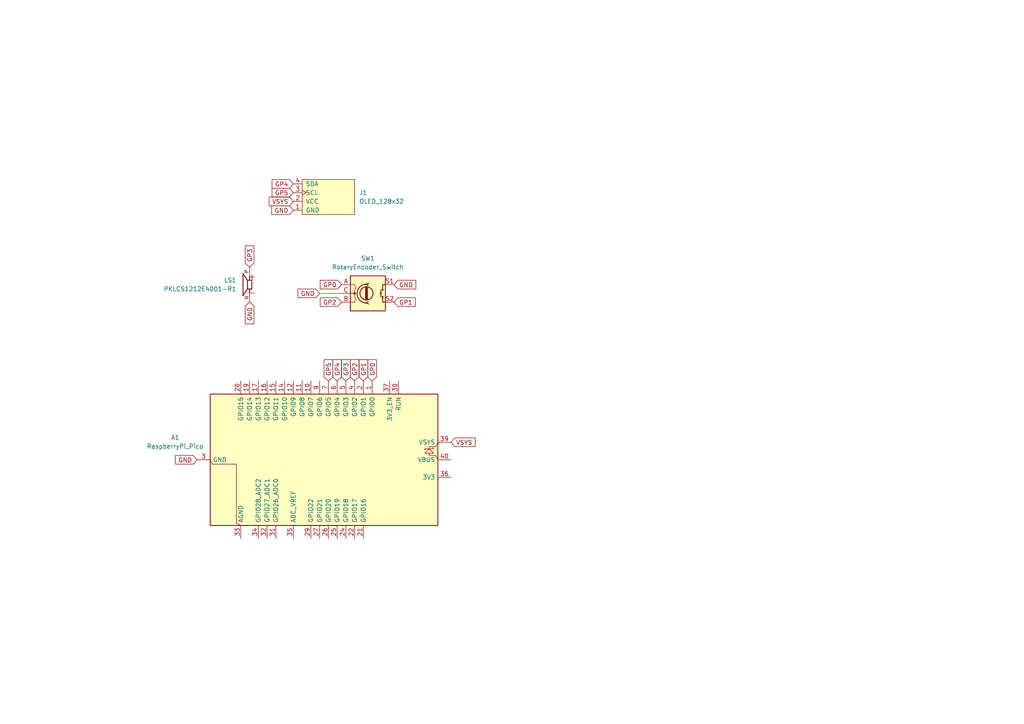
<source format=kicad_sch>
(kicad_sch
	(version 20250114)
	(generator "eeschema")
	(generator_version "9.0")
	(uuid "e0bb474c-9b66-45ab-bc34-1145c3f877aa")
	(paper "A4")
	(lib_symbols
		(symbol "Device:RotaryEncoder_Switch"
			(pin_names
				(offset 0.254)
				(hide yes)
			)
			(exclude_from_sim no)
			(in_bom yes)
			(on_board yes)
			(property "Reference" "SW"
				(at 0 6.604 0)
				(effects
					(font
						(size 1.27 1.27)
					)
				)
			)
			(property "Value" "RotaryEncoder_Switch"
				(at 0 -6.604 0)
				(effects
					(font
						(size 1.27 1.27)
					)
				)
			)
			(property "Footprint" ""
				(at -3.81 4.064 0)
				(effects
					(font
						(size 1.27 1.27)
					)
					(hide yes)
				)
			)
			(property "Datasheet" "~"
				(at 0 6.604 0)
				(effects
					(font
						(size 1.27 1.27)
					)
					(hide yes)
				)
			)
			(property "Description" "Rotary encoder, dual channel, incremental quadrate outputs, with switch"
				(at 0 0 0)
				(effects
					(font
						(size 1.27 1.27)
					)
					(hide yes)
				)
			)
			(property "ki_keywords" "rotary switch encoder switch push button"
				(at 0 0 0)
				(effects
					(font
						(size 1.27 1.27)
					)
					(hide yes)
				)
			)
			(property "ki_fp_filters" "RotaryEncoder*Switch*"
				(at 0 0 0)
				(effects
					(font
						(size 1.27 1.27)
					)
					(hide yes)
				)
			)
			(symbol "RotaryEncoder_Switch_0_1"
				(rectangle
					(start -5.08 5.08)
					(end 5.08 -5.08)
					(stroke
						(width 0.254)
						(type default)
					)
					(fill
						(type background)
					)
				)
				(polyline
					(pts
						(xy -5.08 2.54) (xy -3.81 2.54) (xy -3.81 2.032)
					)
					(stroke
						(width 0)
						(type default)
					)
					(fill
						(type none)
					)
				)
				(polyline
					(pts
						(xy -5.08 0) (xy -3.81 0) (xy -3.81 -1.016) (xy -3.302 -2.032)
					)
					(stroke
						(width 0)
						(type default)
					)
					(fill
						(type none)
					)
				)
				(polyline
					(pts
						(xy -5.08 -2.54) (xy -3.81 -2.54) (xy -3.81 -2.032)
					)
					(stroke
						(width 0)
						(type default)
					)
					(fill
						(type none)
					)
				)
				(polyline
					(pts
						(xy -4.318 0) (xy -3.81 0) (xy -3.81 1.016) (xy -3.302 2.032)
					)
					(stroke
						(width 0)
						(type default)
					)
					(fill
						(type none)
					)
				)
				(circle
					(center -3.81 0)
					(radius 0.254)
					(stroke
						(width 0)
						(type default)
					)
					(fill
						(type outline)
					)
				)
				(polyline
					(pts
						(xy -0.635 -1.778) (xy -0.635 1.778)
					)
					(stroke
						(width 0.254)
						(type default)
					)
					(fill
						(type none)
					)
				)
				(circle
					(center -0.381 0)
					(radius 1.905)
					(stroke
						(width 0.254)
						(type default)
					)
					(fill
						(type none)
					)
				)
				(polyline
					(pts
						(xy -0.381 -1.778) (xy -0.381 1.778)
					)
					(stroke
						(width 0.254)
						(type default)
					)
					(fill
						(type none)
					)
				)
				(arc
					(start -0.381 -2.794)
					(mid -3.0988 -0.0635)
					(end -0.381 2.667)
					(stroke
						(width 0.254)
						(type default)
					)
					(fill
						(type none)
					)
				)
				(polyline
					(pts
						(xy -0.127 1.778) (xy -0.127 -1.778)
					)
					(stroke
						(width 0.254)
						(type default)
					)
					(fill
						(type none)
					)
				)
				(polyline
					(pts
						(xy 0.254 2.921) (xy -0.508 2.667) (xy 0.127 2.286)
					)
					(stroke
						(width 0.254)
						(type default)
					)
					(fill
						(type none)
					)
				)
				(polyline
					(pts
						(xy 0.254 -3.048) (xy -0.508 -2.794) (xy 0.127 -2.413)
					)
					(stroke
						(width 0.254)
						(type default)
					)
					(fill
						(type none)
					)
				)
				(polyline
					(pts
						(xy 3.81 1.016) (xy 3.81 -1.016)
					)
					(stroke
						(width 0.254)
						(type default)
					)
					(fill
						(type none)
					)
				)
				(polyline
					(pts
						(xy 3.81 0) (xy 3.429 0)
					)
					(stroke
						(width 0.254)
						(type default)
					)
					(fill
						(type none)
					)
				)
				(circle
					(center 4.318 1.016)
					(radius 0.127)
					(stroke
						(width 0.254)
						(type default)
					)
					(fill
						(type none)
					)
				)
				(circle
					(center 4.318 -1.016)
					(radius 0.127)
					(stroke
						(width 0.254)
						(type default)
					)
					(fill
						(type none)
					)
				)
				(polyline
					(pts
						(xy 5.08 2.54) (xy 4.318 2.54) (xy 4.318 1.016)
					)
					(stroke
						(width 0.254)
						(type default)
					)
					(fill
						(type none)
					)
				)
				(polyline
					(pts
						(xy 5.08 -2.54) (xy 4.318 -2.54) (xy 4.318 -1.016)
					)
					(stroke
						(width 0.254)
						(type default)
					)
					(fill
						(type none)
					)
				)
			)
			(symbol "RotaryEncoder_Switch_1_1"
				(pin passive line
					(at -7.62 2.54 0)
					(length 2.54)
					(name "A"
						(effects
							(font
								(size 1.27 1.27)
							)
						)
					)
					(number "A"
						(effects
							(font
								(size 1.27 1.27)
							)
						)
					)
				)
				(pin passive line
					(at -7.62 0 0)
					(length 2.54)
					(name "C"
						(effects
							(font
								(size 1.27 1.27)
							)
						)
					)
					(number "C"
						(effects
							(font
								(size 1.27 1.27)
							)
						)
					)
				)
				(pin passive line
					(at -7.62 -2.54 0)
					(length 2.54)
					(name "B"
						(effects
							(font
								(size 1.27 1.27)
							)
						)
					)
					(number "B"
						(effects
							(font
								(size 1.27 1.27)
							)
						)
					)
				)
				(pin passive line
					(at 7.62 2.54 180)
					(length 2.54)
					(name "S1"
						(effects
							(font
								(size 1.27 1.27)
							)
						)
					)
					(number "S1"
						(effects
							(font
								(size 1.27 1.27)
							)
						)
					)
				)
				(pin passive line
					(at 7.62 -2.54 180)
					(length 2.54)
					(name "S2"
						(effects
							(font
								(size 1.27 1.27)
							)
						)
					)
					(number "S2"
						(effects
							(font
								(size 1.27 1.27)
							)
						)
					)
				)
			)
			(embedded_fonts no)
		)
		(symbol "MCU_Module:RaspberryPi_Pico"
			(pin_names
				(offset 0.762)
			)
			(exclude_from_sim no)
			(in_bom yes)
			(on_board yes)
			(property "Reference" "A"
				(at -19.05 35.56 0)
				(effects
					(font
						(size 1.27 1.27)
					)
					(justify left)
				)
			)
			(property "Value" "RaspberryPi_Pico"
				(at 7.62 35.56 0)
				(effects
					(font
						(size 1.27 1.27)
					)
					(justify left)
				)
			)
			(property "Footprint" "Module:RaspberryPi_Pico_Common_Unspecified"
				(at 0 -46.99 0)
				(effects
					(font
						(size 1.27 1.27)
					)
					(hide yes)
				)
			)
			(property "Datasheet" "https://datasheets.raspberrypi.com/pico/pico-datasheet.pdf"
				(at 0 -49.53 0)
				(effects
					(font
						(size 1.27 1.27)
					)
					(hide yes)
				)
			)
			(property "Description" "Versatile and inexpensive microcontroller module powered by RP2040 dual-core Arm Cortex-M0+ processor up to 133 MHz, 264kB SRAM, 2MB QSPI flash; also supports Raspberry Pi Pico 2"
				(at 0 -52.07 0)
				(effects
					(font
						(size 1.27 1.27)
					)
					(hide yes)
				)
			)
			(property "ki_keywords" "RP2350A M33 RISC-V Hazard3 usb"
				(at 0 0 0)
				(effects
					(font
						(size 1.27 1.27)
					)
					(hide yes)
				)
			)
			(property "ki_fp_filters" "RaspberryPi?Pico?Common* RaspberryPi?Pico?SMD*"
				(at 0 0 0)
				(effects
					(font
						(size 1.27 1.27)
					)
					(hide yes)
				)
			)
			(symbol "RaspberryPi_Pico_0_1"
				(rectangle
					(start -19.05 34.29)
					(end 19.05 -31.75)
					(stroke
						(width 0.254)
						(type default)
					)
					(fill
						(type background)
					)
				)
				(polyline
					(pts
						(xy -5.08 34.29) (xy -3.81 33.655) (xy -3.81 31.75) (xy -3.175 31.75)
					)
					(stroke
						(width 0)
						(type default)
					)
					(fill
						(type none)
					)
				)
				(polyline
					(pts
						(xy -3.429 32.766) (xy -3.429 33.02) (xy -3.175 33.02) (xy -3.175 30.48) (xy -2.921 30.48) (xy -2.921 30.734)
					)
					(stroke
						(width 0)
						(type default)
					)
					(fill
						(type none)
					)
				)
				(polyline
					(pts
						(xy -3.175 31.75) (xy -1.905 33.02) (xy -1.905 30.48) (xy -3.175 31.75)
					)
					(stroke
						(width 0)
						(type default)
					)
					(fill
						(type none)
					)
				)
				(polyline
					(pts
						(xy 0 34.29) (xy -1.27 33.655) (xy -1.27 31.75) (xy -1.905 31.75)
					)
					(stroke
						(width 0)
						(type default)
					)
					(fill
						(type none)
					)
				)
				(polyline
					(pts
						(xy 0 -31.75) (xy 1.27 -31.115) (xy 1.27 -24.13) (xy 18.415 -24.13) (xy 19.05 -22.86)
					)
					(stroke
						(width 0)
						(type default)
					)
					(fill
						(type none)
					)
				)
			)
			(symbol "RaspberryPi_Pico_1_1"
				(pin passive line
					(at -22.86 22.86 0)
					(length 3.81)
					(name "RUN"
						(effects
							(font
								(size 1.27 1.27)
							)
						)
					)
					(number "30"
						(effects
							(font
								(size 1.27 1.27)
							)
						)
					)
					(alternate "~{RESET}" passive line)
				)
				(pin passive line
					(at -22.86 20.32 0)
					(length 3.81)
					(name "3V3_EN"
						(effects
							(font
								(size 1.27 1.27)
							)
						)
					)
					(number "37"
						(effects
							(font
								(size 1.27 1.27)
							)
						)
					)
					(alternate "~{3V3_DISABLE}" passive line)
				)
				(pin bidirectional line
					(at -22.86 15.24 0)
					(length 3.81)
					(name "GPIO0"
						(effects
							(font
								(size 1.27 1.27)
							)
						)
					)
					(number "1"
						(effects
							(font
								(size 1.27 1.27)
							)
						)
					)
					(alternate "I2C0_SDA" bidirectional line)
					(alternate "PWM0_A" output line)
					(alternate "SPI0_RX" input line)
					(alternate "UART0_TX" output line)
					(alternate "USB_OVCUR_DET" input line)
				)
				(pin bidirectional line
					(at -22.86 12.7 0)
					(length 3.81)
					(name "GPIO1"
						(effects
							(font
								(size 1.27 1.27)
							)
						)
					)
					(number "2"
						(effects
							(font
								(size 1.27 1.27)
							)
						)
					)
					(alternate "I2C0_SCL" bidirectional clock)
					(alternate "PWM0_B" bidirectional line)
					(alternate "UART0_RX" input line)
					(alternate "USB_VBUS_DET" passive line)
					(alternate "~{SPI0_CSn}" bidirectional line)
				)
				(pin bidirectional line
					(at -22.86 10.16 0)
					(length 3.81)
					(name "GPIO2"
						(effects
							(font
								(size 1.27 1.27)
							)
						)
					)
					(number "4"
						(effects
							(font
								(size 1.27 1.27)
							)
						)
					)
					(alternate "I2C1_SDA" bidirectional line)
					(alternate "PWM1_A" output line)
					(alternate "SPI0_SCK" bidirectional clock)
					(alternate "UART0_CTS" input line)
					(alternate "USB_VBUS_EN" output line)
				)
				(pin bidirectional line
					(at -22.86 7.62 0)
					(length 3.81)
					(name "GPIO3"
						(effects
							(font
								(size 1.27 1.27)
							)
						)
					)
					(number "5"
						(effects
							(font
								(size 1.27 1.27)
							)
						)
					)
					(alternate "I2C1_SCL" bidirectional clock)
					(alternate "PWM1_B" bidirectional line)
					(alternate "SPI0_TX" output line)
					(alternate "UART0_RTS" output line)
					(alternate "USB_OVCUR_DET" input line)
				)
				(pin bidirectional line
					(at -22.86 5.08 0)
					(length 3.81)
					(name "GPIO4"
						(effects
							(font
								(size 1.27 1.27)
							)
						)
					)
					(number "6"
						(effects
							(font
								(size 1.27 1.27)
							)
						)
					)
					(alternate "I2C0_SDA" bidirectional line)
					(alternate "PWM2_A" output line)
					(alternate "SPI0_RX" input line)
					(alternate "UART1_TX" output line)
					(alternate "USB_VBUS_DET" input line)
				)
				(pin bidirectional line
					(at -22.86 2.54 0)
					(length 3.81)
					(name "GPIO5"
						(effects
							(font
								(size 1.27 1.27)
							)
						)
					)
					(number "7"
						(effects
							(font
								(size 1.27 1.27)
							)
						)
					)
					(alternate "I2C0_SCL" bidirectional clock)
					(alternate "PWM2_B" bidirectional line)
					(alternate "UART1_RX" input line)
					(alternate "USB_VBUS_EN" output line)
					(alternate "~{SPI0_CSn}" bidirectional line)
				)
				(pin bidirectional line
					(at -22.86 0 0)
					(length 3.81)
					(name "GPIO6"
						(effects
							(font
								(size 1.27 1.27)
							)
						)
					)
					(number "9"
						(effects
							(font
								(size 1.27 1.27)
							)
						)
					)
					(alternate "I2C1_SDA" bidirectional line)
					(alternate "PWM3_A" output line)
					(alternate "SPI0_SCK" bidirectional clock)
					(alternate "UART1_CTS" input line)
					(alternate "USB_OVCUR_DET" input line)
				)
				(pin bidirectional line
					(at -22.86 -2.54 0)
					(length 3.81)
					(name "GPIO7"
						(effects
							(font
								(size 1.27 1.27)
							)
						)
					)
					(number "10"
						(effects
							(font
								(size 1.27 1.27)
							)
						)
					)
					(alternate "I2C1_SCL" bidirectional clock)
					(alternate "PWM3_B" bidirectional line)
					(alternate "SPI0_TX" output line)
					(alternate "UART1_RTS" output line)
					(alternate "USB_VBUS_DET" input line)
				)
				(pin bidirectional line
					(at -22.86 -5.08 0)
					(length 3.81)
					(name "GPIO8"
						(effects
							(font
								(size 1.27 1.27)
							)
						)
					)
					(number "11"
						(effects
							(font
								(size 1.27 1.27)
							)
						)
					)
					(alternate "I2C0_SDA" bidirectional line)
					(alternate "PWM4_A" output line)
					(alternate "SPI1_RX" input line)
					(alternate "UART1_TX" output line)
					(alternate "USB_VBUS_EN" output line)
				)
				(pin bidirectional line
					(at -22.86 -7.62 0)
					(length 3.81)
					(name "GPIO9"
						(effects
							(font
								(size 1.27 1.27)
							)
						)
					)
					(number "12"
						(effects
							(font
								(size 1.27 1.27)
							)
						)
					)
					(alternate "I2C0_SCL" bidirectional clock)
					(alternate "PWM4_B" bidirectional line)
					(alternate "UART1_RX" input line)
					(alternate "USB_OVCUR_DET" input line)
					(alternate "~{SPI1_CSn}" bidirectional line)
				)
				(pin bidirectional line
					(at -22.86 -10.16 0)
					(length 3.81)
					(name "GPIO10"
						(effects
							(font
								(size 1.27 1.27)
							)
						)
					)
					(number "14"
						(effects
							(font
								(size 1.27 1.27)
							)
						)
					)
					(alternate "I2C1_SDA" bidirectional line)
					(alternate "PWM5_A" output line)
					(alternate "SPI1_SCK" bidirectional clock)
					(alternate "UART1_CTS" input line)
					(alternate "USB_VBUS_DET" input line)
				)
				(pin bidirectional line
					(at -22.86 -12.7 0)
					(length 3.81)
					(name "GPIO11"
						(effects
							(font
								(size 1.27 1.27)
							)
						)
					)
					(number "15"
						(effects
							(font
								(size 1.27 1.27)
							)
						)
					)
					(alternate "I2C1_SCL" bidirectional clock)
					(alternate "PWM5_B" bidirectional line)
					(alternate "SPI1_TX" output line)
					(alternate "UART1_RTS" output line)
					(alternate "USB_VBUS_EN" output line)
				)
				(pin bidirectional line
					(at -22.86 -15.24 0)
					(length 3.81)
					(name "GPIO12"
						(effects
							(font
								(size 1.27 1.27)
							)
						)
					)
					(number "16"
						(effects
							(font
								(size 1.27 1.27)
							)
						)
					)
					(alternate "I2C0_SDA" bidirectional line)
					(alternate "PWM6_A" output line)
					(alternate "SPI1_RX" input line)
					(alternate "UART0_TX" output line)
					(alternate "USB_OVCUR_DET" input line)
				)
				(pin bidirectional line
					(at -22.86 -17.78 0)
					(length 3.81)
					(name "GPIO13"
						(effects
							(font
								(size 1.27 1.27)
							)
						)
					)
					(number "17"
						(effects
							(font
								(size 1.27 1.27)
							)
						)
					)
					(alternate "I2C0_SCL" bidirectional clock)
					(alternate "PWM6_B" bidirectional line)
					(alternate "UART0_RX" input line)
					(alternate "USB_VBUS_DET" input line)
					(alternate "~{SPI1_CSn}" bidirectional line)
				)
				(pin bidirectional line
					(at -22.86 -20.32 0)
					(length 3.81)
					(name "GPIO14"
						(effects
							(font
								(size 1.27 1.27)
							)
						)
					)
					(number "19"
						(effects
							(font
								(size 1.27 1.27)
							)
						)
					)
					(alternate "I2C1_SDA" bidirectional line)
					(alternate "PWM7_A" output line)
					(alternate "SPI1_SCK" bidirectional clock)
					(alternate "UART0_CTS" input line)
					(alternate "USB_VBUS_EN" output line)
				)
				(pin bidirectional line
					(at -22.86 -22.86 0)
					(length 3.81)
					(name "GPIO15"
						(effects
							(font
								(size 1.27 1.27)
							)
						)
					)
					(number "20"
						(effects
							(font
								(size 1.27 1.27)
							)
						)
					)
					(alternate "I2C1_SCL" bidirectional clock)
					(alternate "PWM7_B" bidirectional line)
					(alternate "SPI1_TX" output line)
					(alternate "UART0_RTS" output line)
					(alternate "USB_OVCUR_DET" input line)
				)
				(pin power_in line
					(at -5.08 38.1 270)
					(length 3.81)
					(name "VSYS"
						(effects
							(font
								(size 1.27 1.27)
							)
						)
					)
					(number "39"
						(effects
							(font
								(size 1.27 1.27)
							)
						)
					)
					(alternate "VSYS_OUT" power_out line)
				)
				(pin power_out line
					(at 0 38.1 270)
					(length 3.81)
					(name "VBUS"
						(effects
							(font
								(size 1.27 1.27)
							)
						)
					)
					(number "40"
						(effects
							(font
								(size 1.27 1.27)
							)
						)
					)
					(alternate "VBUS_IN" power_in line)
				)
				(pin passive line
					(at 0 -35.56 90)
					(length 3.81)
					(hide yes)
					(name "GND"
						(effects
							(font
								(size 1.27 1.27)
							)
						)
					)
					(number "13"
						(effects
							(font
								(size 1.27 1.27)
							)
						)
					)
				)
				(pin passive line
					(at 0 -35.56 90)
					(length 3.81)
					(hide yes)
					(name "GND"
						(effects
							(font
								(size 1.27 1.27)
							)
						)
					)
					(number "18"
						(effects
							(font
								(size 1.27 1.27)
							)
						)
					)
				)
				(pin passive line
					(at 0 -35.56 90)
					(length 3.81)
					(hide yes)
					(name "GND"
						(effects
							(font
								(size 1.27 1.27)
							)
						)
					)
					(number "23"
						(effects
							(font
								(size 1.27 1.27)
							)
						)
					)
				)
				(pin passive line
					(at 0 -35.56 90)
					(length 3.81)
					(hide yes)
					(name "GND"
						(effects
							(font
								(size 1.27 1.27)
							)
						)
					)
					(number "28"
						(effects
							(font
								(size 1.27 1.27)
							)
						)
					)
				)
				(pin power_out line
					(at 0 -35.56 90)
					(length 3.81)
					(name "GND"
						(effects
							(font
								(size 1.27 1.27)
							)
						)
					)
					(number "3"
						(effects
							(font
								(size 1.27 1.27)
							)
						)
					)
					(alternate "GND_IN" power_in line)
				)
				(pin passive line
					(at 0 -35.56 90)
					(length 3.81)
					(hide yes)
					(name "GND"
						(effects
							(font
								(size 1.27 1.27)
							)
						)
					)
					(number "38"
						(effects
							(font
								(size 1.27 1.27)
							)
						)
					)
				)
				(pin passive line
					(at 0 -35.56 90)
					(length 3.81)
					(hide yes)
					(name "GND"
						(effects
							(font
								(size 1.27 1.27)
							)
						)
					)
					(number "8"
						(effects
							(font
								(size 1.27 1.27)
							)
						)
					)
				)
				(pin power_out line
					(at 5.08 38.1 270)
					(length 3.81)
					(name "3V3"
						(effects
							(font
								(size 1.27 1.27)
							)
						)
					)
					(number "36"
						(effects
							(font
								(size 1.27 1.27)
							)
						)
					)
				)
				(pin bidirectional line
					(at 22.86 12.7 180)
					(length 3.81)
					(name "GPIO16"
						(effects
							(font
								(size 1.27 1.27)
							)
						)
					)
					(number "21"
						(effects
							(font
								(size 1.27 1.27)
							)
						)
					)
					(alternate "I2C0_SDA" bidirectional line)
					(alternate "PWM0_A" output line)
					(alternate "SPI0_RX" input line)
					(alternate "UART0_TX" output line)
					(alternate "USB_VBUS_DET" input line)
				)
				(pin bidirectional line
					(at 22.86 10.16 180)
					(length 3.81)
					(name "GPIO17"
						(effects
							(font
								(size 1.27 1.27)
							)
						)
					)
					(number "22"
						(effects
							(font
								(size 1.27 1.27)
							)
						)
					)
					(alternate "I2C0_SCL" bidirectional clock)
					(alternate "PWM0_B" bidirectional line)
					(alternate "UART0_RX" input line)
					(alternate "USB_VBUS_EN" output line)
					(alternate "~{SPI0_CSn}" bidirectional line)
				)
				(pin bidirectional line
					(at 22.86 7.62 180)
					(length 3.81)
					(name "GPIO18"
						(effects
							(font
								(size 1.27 1.27)
							)
						)
					)
					(number "24"
						(effects
							(font
								(size 1.27 1.27)
							)
						)
					)
					(alternate "I2C1_SDA" bidirectional line)
					(alternate "PWM1_A" output line)
					(alternate "SPI0_SCK" bidirectional clock)
					(alternate "UART0_CTS" input line)
					(alternate "USB_OVCUR_DET" input line)
				)
				(pin bidirectional line
					(at 22.86 5.08 180)
					(length 3.81)
					(name "GPIO19"
						(effects
							(font
								(size 1.27 1.27)
							)
						)
					)
					(number "25"
						(effects
							(font
								(size 1.27 1.27)
							)
						)
					)
					(alternate "I2C1_SCL" bidirectional clock)
					(alternate "PWM1_B" bidirectional line)
					(alternate "SPI0_TX" output line)
					(alternate "UART0_RTS" output line)
					(alternate "USB_VBUS_DET" input line)
				)
				(pin bidirectional line
					(at 22.86 2.54 180)
					(length 3.81)
					(name "GPIO20"
						(effects
							(font
								(size 1.27 1.27)
							)
						)
					)
					(number "26"
						(effects
							(font
								(size 1.27 1.27)
							)
						)
					)
					(alternate "CLOCK_GPIN0" input clock)
					(alternate "I2C0_SDA" bidirectional line)
					(alternate "PWM2_A" output line)
					(alternate "SPI0_RX" input line)
					(alternate "UART1_TX" output line)
					(alternate "USB_VBUS_EN" output line)
				)
				(pin bidirectional line
					(at 22.86 0 180)
					(length 3.81)
					(name "GPIO21"
						(effects
							(font
								(size 1.27 1.27)
							)
						)
					)
					(number "27"
						(effects
							(font
								(size 1.27 1.27)
							)
						)
					)
					(alternate "CLOCK_GPOUT0" output clock)
					(alternate "I2C0_SCL" bidirectional clock)
					(alternate "PWM2_B" bidirectional line)
					(alternate "UART1_RX" input line)
					(alternate "USB_OVCUR_DET" input line)
					(alternate "~{SPI0_CSn}" bidirectional line)
				)
				(pin bidirectional line
					(at 22.86 -2.54 180)
					(length 3.81)
					(name "GPIO22"
						(effects
							(font
								(size 1.27 1.27)
							)
						)
					)
					(number "29"
						(effects
							(font
								(size 1.27 1.27)
							)
						)
					)
					(alternate "CLOCK_GPIN1" input clock)
					(alternate "I2C1_SDA" bidirectional line)
					(alternate "PWM3_A" output line)
					(alternate "SPI0_SCK" bidirectional clock)
					(alternate "UART1_CTS" input line)
					(alternate "USB_VBUS_DET" input line)
				)
				(pin power_in line
					(at 22.86 -7.62 180)
					(length 3.81)
					(name "ADC_VREF"
						(effects
							(font
								(size 1.27 1.27)
							)
						)
					)
					(number "35"
						(effects
							(font
								(size 1.27 1.27)
							)
						)
					)
				)
				(pin bidirectional line
					(at 22.86 -12.7 180)
					(length 3.81)
					(name "GPIO26_ADC0"
						(effects
							(font
								(size 1.27 1.27)
							)
						)
					)
					(number "31"
						(effects
							(font
								(size 1.27 1.27)
							)
						)
					)
					(alternate "ADC0" input line)
					(alternate "GPIO26" bidirectional line)
					(alternate "I2C1_SDA" bidirectional line)
					(alternate "PWM5_A" output line)
					(alternate "SPI1_SCK" bidirectional clock)
					(alternate "UART1_CTS" input line)
					(alternate "USB_VBUS_EN" output line)
				)
				(pin bidirectional line
					(at 22.86 -15.24 180)
					(length 3.81)
					(name "GPIO27_ADC1"
						(effects
							(font
								(size 1.27 1.27)
							)
						)
					)
					(number "32"
						(effects
							(font
								(size 1.27 1.27)
							)
						)
					)
					(alternate "ADC1" input line)
					(alternate "GPIO27" bidirectional line)
					(alternate "I2C1_SCL" bidirectional clock)
					(alternate "PWM5_B" bidirectional line)
					(alternate "SPI1_TX" output line)
					(alternate "UART1_RTS" output line)
					(alternate "USB_OVCUR_DET" input line)
				)
				(pin bidirectional line
					(at 22.86 -17.78 180)
					(length 3.81)
					(name "GPIO28_ADC2"
						(effects
							(font
								(size 1.27 1.27)
							)
						)
					)
					(number "34"
						(effects
							(font
								(size 1.27 1.27)
							)
						)
					)
					(alternate "ADC2" input line)
					(alternate "GPIO28" bidirectional line)
					(alternate "I2C0_SDA" bidirectional line)
					(alternate "PWM6_A" output line)
					(alternate "SPI1_RX" input line)
					(alternate "UART0_TX" output line)
					(alternate "USB_VBUS_DET" input line)
				)
				(pin power_out line
					(at 22.86 -22.86 180)
					(length 3.81)
					(name "AGND"
						(effects
							(font
								(size 1.27 1.27)
							)
						)
					)
					(number "33"
						(effects
							(font
								(size 1.27 1.27)
							)
						)
					)
					(alternate "GND" passive line)
				)
			)
			(embedded_fonts no)
		)
		(symbol "PKLCS1212E4001-R1:PKLCS1212E4001-R1"
			(pin_names
				(offset 1.016)
			)
			(exclude_from_sim no)
			(in_bom yes)
			(on_board yes)
			(property "Reference" "LS"
				(at -3.82 8.9133 0)
				(effects
					(font
						(size 1.27 1.27)
					)
					(justify left bottom)
				)
			)
			(property "Value" "PKLCS1212E4001-R1"
				(at -3.823 -11.469 0)
				(effects
					(font
						(size 1.27 1.27)
					)
					(justify left bottom)
				)
			)
			(property "Footprint" "PKLCS1212E4001-R1:SPKR_PKLCS1212E4001-R1"
				(at 0 0 0)
				(effects
					(font
						(size 1.27 1.27)
					)
					(justify bottom)
					(hide yes)
				)
			)
			(property "Datasheet" ""
				(at 0 0 0)
				(effects
					(font
						(size 1.27 1.27)
					)
					(hide yes)
				)
			)
			(property "Description" ""
				(at 0 0 0)
				(effects
					(font
						(size 1.27 1.27)
					)
					(hide yes)
				)
			)
			(property "MF" "Murata"
				(at 0 0 0)
				(effects
					(font
						(size 1.27 1.27)
					)
					(justify bottom)
					(hide yes)
				)
			)
			(property "MAXIMUM_PACKAGE_HEIGHT" "3.0 mm"
				(at 0 0 0)
				(effects
					(font
						(size 1.27 1.27)
					)
					(justify bottom)
					(hide yes)
				)
			)
			(property "Package" "SMD-2 Murata"
				(at 0 0 0)
				(effects
					(font
						(size 1.27 1.27)
					)
					(justify bottom)
					(hide yes)
				)
			)
			(property "Price" "None"
				(at 0 0 0)
				(effects
					(font
						(size 1.27 1.27)
					)
					(justify bottom)
					(hide yes)
				)
			)
			(property "Check_prices" "https://www.snapeda.com/parts/PKLCS1212E4001-R1/Murata/view-part/?ref=eda"
				(at 0 0 0)
				(effects
					(font
						(size 1.27 1.27)
					)
					(justify bottom)
					(hide yes)
				)
			)
			(property "STANDARD" "Manufacturer Recommendations"
				(at 0 0 0)
				(effects
					(font
						(size 1.27 1.27)
					)
					(justify bottom)
					(hide yes)
				)
			)
			(property "PARTREV" "January 22, 2018"
				(at 0 0 0)
				(effects
					(font
						(size 1.27 1.27)
					)
					(justify bottom)
					(hide yes)
				)
			)
			(property "SnapEDA_Link" "https://www.snapeda.com/parts/PKLCS1212E4001-R1/Murata/view-part/?ref=snap"
				(at 0 0 0)
				(effects
					(font
						(size 1.27 1.27)
					)
					(justify bottom)
					(hide yes)
				)
			)
			(property "MP" "PKLCS1212E4001-R1"
				(at 0 0 0)
				(effects
					(font
						(size 1.27 1.27)
					)
					(justify bottom)
					(hide yes)
				)
			)
			(property "Description_1" "Buzzers Transducer, Externally Driven Piezo 1.5 V - 4kHz 84dB @ 1.5V, 10cm Surface Mount Solder Pads"
				(at 0 0 0)
				(effects
					(font
						(size 1.27 1.27)
					)
					(justify bottom)
					(hide yes)
				)
			)
			(property "Availability" "In Stock"
				(at 0 0 0)
				(effects
					(font
						(size 1.27 1.27)
					)
					(justify bottom)
					(hide yes)
				)
			)
			(property "MANUFACTURER" "Murata Electronics"
				(at 0 0 0)
				(effects
					(font
						(size 1.27 1.27)
					)
					(justify bottom)
					(hide yes)
				)
			)
			(symbol "PKLCS1212E4001-R1_0_0"
				(polyline
					(pts
						(xy -0.635 1.27) (xy 0 1.27)
					)
					(stroke
						(width 0.254)
						(type default)
					)
					(fill
						(type none)
					)
				)
				(polyline
					(pts
						(xy -0.635 -1.27) (xy -0.635 1.27)
					)
					(stroke
						(width 0.254)
						(type default)
					)
					(fill
						(type none)
					)
				)
				(polyline
					(pts
						(xy 0 1.27) (xy 0 2.54)
					)
					(stroke
						(width 0.254)
						(type default)
					)
					(fill
						(type none)
					)
				)
				(polyline
					(pts
						(xy 0 1.27) (xy 0.635 1.27)
					)
					(stroke
						(width 0.254)
						(type default)
					)
					(fill
						(type none)
					)
				)
				(polyline
					(pts
						(xy 0 -1.27) (xy -0.635 -1.27)
					)
					(stroke
						(width 0.254)
						(type default)
					)
					(fill
						(type none)
					)
				)
				(polyline
					(pts
						(xy 0 -1.27) (xy 0 -2.54)
					)
					(stroke
						(width 0.254)
						(type default)
					)
					(fill
						(type none)
					)
				)
				(polyline
					(pts
						(xy 0.635 1.27) (xy 0.635 -1.27)
					)
					(stroke
						(width 0.254)
						(type default)
					)
					(fill
						(type none)
					)
				)
				(polyline
					(pts
						(xy 0.635 1.27) (xy 1.905 3.175)
					)
					(stroke
						(width 0.254)
						(type default)
					)
					(fill
						(type none)
					)
				)
				(polyline
					(pts
						(xy 0.635 -1.27) (xy 0 -1.27)
					)
					(stroke
						(width 0.254)
						(type default)
					)
					(fill
						(type none)
					)
				)
				(polyline
					(pts
						(xy 1.905 3.175) (xy 1.905 -3.175)
					)
					(stroke
						(width 0.254)
						(type default)
					)
					(fill
						(type none)
					)
				)
				(polyline
					(pts
						(xy 1.905 -3.175) (xy 0.635 -1.27)
					)
					(stroke
						(width 0.254)
						(type default)
					)
					(fill
						(type none)
					)
				)
				(text "+"
					(at -1.905 1.27 0)
					(effects
						(font
							(size 1.778 1.778)
						)
						(justify left bottom)
					)
				)
				(text "-"
					(at -1.905 -1.27 0)
					(effects
						(font
							(size 1.778 1.778)
						)
						(justify left top)
					)
				)
				(pin passive line
					(at 0 5.08 270)
					(length 2.54)
					(name "~"
						(effects
							(font
								(size 1.016 1.016)
							)
						)
					)
					(number "P"
						(effects
							(font
								(size 1.016 1.016)
							)
						)
					)
				)
				(pin passive line
					(at 0 -5.08 90)
					(length 2.54)
					(name "~"
						(effects
							(font
								(size 1.016 1.016)
							)
						)
					)
					(number "N"
						(effects
							(font
								(size 1.016 1.016)
							)
						)
					)
				)
			)
			(embedded_fonts no)
		)
		(symbol "ScottoKeebs:OLED_128x32"
			(pin_names
				(offset 1.016)
			)
			(exclude_from_sim no)
			(in_bom yes)
			(on_board yes)
			(property "Reference" "J"
				(at 0 -6.35 0)
				(effects
					(font
						(size 1.27 1.27)
					)
				)
			)
			(property "Value" "OLED_128x32"
				(at 0 6.35 0)
				(effects
					(font
						(size 1.27 1.27)
					)
				)
			)
			(property "Footprint" "ScottoKeebs_Components:OLED_128x32"
				(at 0 8.89 0)
				(effects
					(font
						(size 1.27 1.27)
					)
					(hide yes)
				)
			)
			(property "Datasheet" ""
				(at 0 1.27 0)
				(effects
					(font
						(size 1.27 1.27)
					)
					(hide yes)
				)
			)
			(property "Description" ""
				(at 0 0 0)
				(effects
					(font
						(size 1.27 1.27)
					)
					(hide yes)
				)
			)
			(symbol "OLED_128x32_0_1"
				(rectangle
					(start 0 5.08)
					(end 15.24 -5.08)
					(stroke
						(width 0)
						(type default)
					)
					(fill
						(type background)
					)
				)
			)
			(symbol "OLED_128x32_1_1"
				(pin bidirectional line
					(at -2.54 3.81 0)
					(length 2.54)
					(name "SDA"
						(effects
							(font
								(size 1.27 1.27)
							)
						)
					)
					(number "4"
						(effects
							(font
								(size 1.27 1.27)
							)
						)
					)
				)
				(pin input clock
					(at -2.54 1.27 0)
					(length 2.54)
					(name "SCL"
						(effects
							(font
								(size 1.27 1.27)
							)
						)
					)
					(number "3"
						(effects
							(font
								(size 1.27 1.27)
							)
						)
					)
				)
				(pin power_in line
					(at -2.54 -1.27 0)
					(length 2.54)
					(name "VCC"
						(effects
							(font
								(size 1.27 1.27)
							)
						)
					)
					(number "2"
						(effects
							(font
								(size 1.27 1.27)
							)
						)
					)
				)
				(pin power_in line
					(at -2.54 -3.81 0)
					(length 2.54)
					(name "GND"
						(effects
							(font
								(size 1.27 1.27)
							)
						)
					)
					(number "1"
						(effects
							(font
								(size 1.27 1.27)
							)
						)
					)
				)
			)
			(embedded_fonts no)
		)
	)
	(wire
		(pts
			(xy 92.71 85.09) (xy 99.06 85.09)
		)
		(stroke
			(width 0)
			(type default)
		)
		(uuid "32aaaeba-ab7f-467a-8086-9a692d38bbbb")
	)
	(global_label "GND"
		(shape input)
		(at 114.3 82.55 0)
		(fields_autoplaced yes)
		(effects
			(font
				(size 1.27 1.27)
			)
			(justify left)
		)
		(uuid "0b415110-5dbe-4a5f-b2a5-1c2bd925ef89")
		(property "Intersheetrefs" "${INTERSHEET_REFS}"
			(at 121.1557 82.55 0)
			(effects
				(font
					(size 1.27 1.27)
				)
				(justify left)
				(hide yes)
			)
		)
	)
	(global_label "GND"
		(shape input)
		(at 85.09 60.96 180)
		(fields_autoplaced yes)
		(effects
			(font
				(size 1.27 1.27)
			)
			(justify right)
		)
		(uuid "0fde50f3-3991-442d-8919-292cea5c2885")
		(property "Intersheetrefs" "${INTERSHEET_REFS}"
			(at 78.2343 60.96 0)
			(effects
				(font
					(size 1.27 1.27)
				)
				(justify right)
				(hide yes)
			)
		)
	)
	(global_label "GND"
		(shape input)
		(at 57.15 133.35 180)
		(fields_autoplaced yes)
		(effects
			(font
				(size 1.27 1.27)
			)
			(justify right)
		)
		(uuid "1cb95a6c-31cf-42b8-aa7a-f55ac115880d")
		(property "Intersheetrefs" "${INTERSHEET_REFS}"
			(at 50.2943 133.35 0)
			(effects
				(font
					(size 1.27 1.27)
				)
				(justify right)
				(hide yes)
			)
		)
	)
	(global_label "GP2"
		(shape input)
		(at 102.87 110.49 90)
		(fields_autoplaced yes)
		(effects
			(font
				(size 1.27 1.27)
			)
			(justify left)
		)
		(uuid "2aa1c6b4-be93-4662-b998-f75fd5b3f470")
		(property "Intersheetrefs" "${INTERSHEET_REFS}"
			(at 102.87 103.7553 90)
			(effects
				(font
					(size 1.27 1.27)
				)
				(justify left)
				(hide yes)
			)
		)
	)
	(global_label "GP3"
		(shape input)
		(at 72.39 77.47 90)
		(fields_autoplaced yes)
		(effects
			(font
				(size 1.27 1.27)
			)
			(justify left)
		)
		(uuid "33a48ba4-c5fd-4fb3-b86d-84a6a4ea5bf5")
		(property "Intersheetrefs" "${INTERSHEET_REFS}"
			(at 72.39 70.7353 90)
			(effects
				(font
					(size 1.27 1.27)
				)
				(justify left)
				(hide yes)
			)
		)
	)
	(global_label "GP5"
		(shape input)
		(at 85.09 55.88 180)
		(fields_autoplaced yes)
		(effects
			(font
				(size 1.27 1.27)
			)
			(justify right)
		)
		(uuid "33cd3b7a-5118-43cf-9a10-122f4a340d25")
		(property "Intersheetrefs" "${INTERSHEET_REFS}"
			(at 78.3553 55.88 0)
			(effects
				(font
					(size 1.27 1.27)
				)
				(justify right)
				(hide yes)
			)
		)
	)
	(global_label "GP3"
		(shape input)
		(at 100.33 110.49 90)
		(fields_autoplaced yes)
		(effects
			(font
				(size 1.27 1.27)
			)
			(justify left)
		)
		(uuid "42cc524e-f04a-42e8-a1fb-bafb44ebfd80")
		(property "Intersheetrefs" "${INTERSHEET_REFS}"
			(at 100.33 103.7553 90)
			(effects
				(font
					(size 1.27 1.27)
				)
				(justify left)
				(hide yes)
			)
		)
	)
	(global_label "VSYS"
		(shape input)
		(at 85.09 58.42 180)
		(fields_autoplaced yes)
		(effects
			(font
				(size 1.27 1.27)
			)
			(justify right)
		)
		(uuid "4872ece2-c574-40f8-8d7d-36b63012dc8e")
		(property "Intersheetrefs" "${INTERSHEET_REFS}"
			(at 77.5086 58.42 0)
			(effects
				(font
					(size 1.27 1.27)
				)
				(justify right)
				(hide yes)
			)
		)
	)
	(global_label "GP1"
		(shape input)
		(at 114.3 87.63 0)
		(fields_autoplaced yes)
		(effects
			(font
				(size 1.27 1.27)
			)
			(justify left)
		)
		(uuid "6b7b1cbc-7981-42e1-9a8c-fa9117889cec")
		(property "Intersheetrefs" "${INTERSHEET_REFS}"
			(at 121.0347 87.63 0)
			(effects
				(font
					(size 1.27 1.27)
				)
				(justify left)
				(hide yes)
			)
		)
	)
	(global_label "GND"
		(shape input)
		(at 92.71 85.09 180)
		(fields_autoplaced yes)
		(effects
			(font
				(size 1.27 1.27)
			)
			(justify right)
		)
		(uuid "6bd4abe2-9c5d-4c45-90f7-dd2c0d61e632")
		(property "Intersheetrefs" "${INTERSHEET_REFS}"
			(at 85.8543 85.09 0)
			(effects
				(font
					(size 1.27 1.27)
				)
				(justify right)
				(hide yes)
			)
		)
	)
	(global_label "GP1"
		(shape input)
		(at 105.41 110.49 90)
		(fields_autoplaced yes)
		(effects
			(font
				(size 1.27 1.27)
			)
			(justify left)
		)
		(uuid "6c997af8-82f3-4a2a-8fae-48b03a930bf5")
		(property "Intersheetrefs" "${INTERSHEET_REFS}"
			(at 105.41 103.7553 90)
			(effects
				(font
					(size 1.27 1.27)
				)
				(justify left)
				(hide yes)
			)
		)
	)
	(global_label "GP5"
		(shape input)
		(at 95.25 110.49 90)
		(fields_autoplaced yes)
		(effects
			(font
				(size 1.27 1.27)
			)
			(justify left)
		)
		(uuid "70a695b6-6286-4f2b-97b1-4560c567dfb1")
		(property "Intersheetrefs" "${INTERSHEET_REFS}"
			(at 95.25 103.7553 90)
			(effects
				(font
					(size 1.27 1.27)
				)
				(justify left)
				(hide yes)
			)
		)
	)
	(global_label "GP4"
		(shape input)
		(at 97.79 110.49 90)
		(fields_autoplaced yes)
		(effects
			(font
				(size 1.27 1.27)
			)
			(justify left)
		)
		(uuid "77f85647-a4fc-4dcc-98ba-b1a5eaaa074f")
		(property "Intersheetrefs" "${INTERSHEET_REFS}"
			(at 97.79 103.7553 90)
			(effects
				(font
					(size 1.27 1.27)
				)
				(justify left)
				(hide yes)
			)
		)
	)
	(global_label "GP0"
		(shape input)
		(at 99.06 82.55 180)
		(fields_autoplaced yes)
		(effects
			(font
				(size 1.27 1.27)
			)
			(justify right)
		)
		(uuid "a28fee0e-eee9-453c-aa3b-fc0ed0bcbb0a")
		(property "Intersheetrefs" "${INTERSHEET_REFS}"
			(at 92.3253 82.55 0)
			(effects
				(font
					(size 1.27 1.27)
				)
				(justify right)
				(hide yes)
			)
		)
	)
	(global_label "GND"
		(shape input)
		(at 72.39 87.63 270)
		(fields_autoplaced yes)
		(effects
			(font
				(size 1.27 1.27)
			)
			(justify right)
		)
		(uuid "c43f0c81-9158-4788-af83-5e1f3837efc4")
		(property "Intersheetrefs" "${INTERSHEET_REFS}"
			(at 72.39 94.4857 90)
			(effects
				(font
					(size 1.27 1.27)
				)
				(justify right)
				(hide yes)
			)
		)
	)
	(global_label "GP0"
		(shape input)
		(at 107.95 110.49 90)
		(fields_autoplaced yes)
		(effects
			(font
				(size 1.27 1.27)
			)
			(justify left)
		)
		(uuid "dc16144e-bdc9-4b59-aa40-e7c0704e0995")
		(property "Intersheetrefs" "${INTERSHEET_REFS}"
			(at 107.95 103.7553 90)
			(effects
				(font
					(size 1.27 1.27)
				)
				(justify left)
				(hide yes)
			)
		)
	)
	(global_label "GP4"
		(shape input)
		(at 85.09 53.34 180)
		(fields_autoplaced yes)
		(effects
			(font
				(size 1.27 1.27)
			)
			(justify right)
		)
		(uuid "e4f42d81-90ae-4e78-a1fe-df08d47b7fa8")
		(property "Intersheetrefs" "${INTERSHEET_REFS}"
			(at 78.3553 53.34 0)
			(effects
				(font
					(size 1.27 1.27)
				)
				(justify right)
				(hide yes)
			)
		)
	)
	(global_label "GP2"
		(shape input)
		(at 99.06 87.63 180)
		(fields_autoplaced yes)
		(effects
			(font
				(size 1.27 1.27)
			)
			(justify right)
		)
		(uuid "e7617a54-9f60-4f5f-abac-256502808753")
		(property "Intersheetrefs" "${INTERSHEET_REFS}"
			(at 92.3253 87.63 0)
			(effects
				(font
					(size 1.27 1.27)
				)
				(justify right)
				(hide yes)
			)
		)
	)
	(global_label "VSYS"
		(shape input)
		(at 130.81 128.27 0)
		(fields_autoplaced yes)
		(effects
			(font
				(size 1.27 1.27)
			)
			(justify left)
		)
		(uuid "f0e95ca7-70c9-4926-9c72-4b16de30e843")
		(property "Intersheetrefs" "${INTERSHEET_REFS}"
			(at 138.3914 128.27 0)
			(effects
				(font
					(size 1.27 1.27)
				)
				(justify left)
				(hide yes)
			)
		)
	)
	(symbol
		(lib_id "MCU_Module:RaspberryPi_Pico")
		(at 92.71 133.35 270)
		(unit 1)
		(exclude_from_sim no)
		(in_bom yes)
		(on_board yes)
		(dnp no)
		(fields_autoplaced yes)
		(uuid "3183e699-4b35-4137-b971-4ceaafa2cd84")
		(property "Reference" "A1"
			(at 50.8 126.9298 90)
			(effects
				(font
					(size 1.27 1.27)
				)
			)
		)
		(property "Value" "RaspberryPi_Pico"
			(at 50.8 129.4698 90)
			(effects
				(font
					(size 1.27 1.27)
				)
			)
		)
		(property "Footprint" "Module:RaspberryPi_Pico_Common_Unspecified"
			(at 45.72 133.35 0)
			(effects
				(font
					(size 1.27 1.27)
				)
				(hide yes)
			)
		)
		(property "Datasheet" "https://datasheets.raspberrypi.com/pico/pico-datasheet.pdf"
			(at 43.18 133.35 0)
			(effects
				(font
					(size 1.27 1.27)
				)
				(hide yes)
			)
		)
		(property "Description" "Versatile and inexpensive microcontroller module powered by RP2040 dual-core Arm Cortex-M0+ processor up to 133 MHz, 264kB SRAM, 2MB QSPI flash; also supports Raspberry Pi Pico 2"
			(at 40.64 133.35 0)
			(effects
				(font
					(size 1.27 1.27)
				)
				(hide yes)
			)
		)
		(pin "30"
			(uuid "7d2c7a44-c8e4-4de5-ad5e-8b3d83f16f05")
		)
		(pin "1"
			(uuid "260b4a88-94d8-41ad-8ee2-489d7a2d908c")
		)
		(pin "5"
			(uuid "34e3e75e-c3af-4281-b18a-8be74175aeb1")
		)
		(pin "4"
			(uuid "1d5bdb0c-c3cb-4c7d-a1dd-1f2af9ea3f44")
		)
		(pin "37"
			(uuid "9b7603e5-e50f-4f9e-937a-7e93fd74c525")
		)
		(pin "2"
			(uuid "153168ca-ab6d-4321-8d4d-ffd5bbd7e705")
		)
		(pin "6"
			(uuid "a782082a-1774-4f5b-9f9b-eda5b71c1f94")
		)
		(pin "7"
			(uuid "b9fb53ec-15c7-46ad-b5cb-1deb827c46ac")
		)
		(pin "9"
			(uuid "7762370d-9a74-4cf3-96df-98872a21df14")
		)
		(pin "10"
			(uuid "59435d90-9f69-4de1-8e0a-36b2f7f99430")
		)
		(pin "11"
			(uuid "7d8dd66b-1615-4c14-85d1-383b1feafa8d")
		)
		(pin "29"
			(uuid "b6bc91f7-d06f-4798-abf4-07a82ef09833")
		)
		(pin "16"
			(uuid "c3f41279-9ded-4f20-aeca-2e210c8ba2d2")
		)
		(pin "22"
			(uuid "7c0e5d88-c541-4522-a9ed-18c577a86dc6")
		)
		(pin "27"
			(uuid "8eb9d4f5-c541-496c-abab-d1c13539fb71")
		)
		(pin "19"
			(uuid "65eb6c43-bd91-44f4-96a2-b3fe0c2b543c")
		)
		(pin "31"
			(uuid "542f72c9-5455-469a-bb36-d6d1a026f17e")
		)
		(pin "14"
			(uuid "dc75b684-f5d5-4309-aa01-e4942439bee3")
		)
		(pin "40"
			(uuid "5d87f25d-90b0-4ff6-9e5f-0d0c48743d9e")
		)
		(pin "32"
			(uuid "4356b992-eb7e-459b-92b2-66ff4e01a64b")
		)
		(pin "20"
			(uuid "685dbf9b-2059-47f8-9622-e175138ac04c")
		)
		(pin "13"
			(uuid "826b2034-8d7f-46c7-abe9-a6b3a46bdac1")
		)
		(pin "34"
			(uuid "bf326e43-2207-4059-b8ec-069c861f62ba")
		)
		(pin "8"
			(uuid "ab8e7058-4815-46f0-878a-f25392809373")
		)
		(pin "33"
			(uuid "a8dc325b-2b97-4747-abee-86ebffc229fd")
		)
		(pin "35"
			(uuid "93f5ae94-a8db-493f-81ce-32f61db146ec")
		)
		(pin "38"
			(uuid "89112ac4-5b4b-42b5-97f6-3b4322a75635")
		)
		(pin "21"
			(uuid "af5370bc-4aac-4400-8ccb-bdafba18c6a0")
		)
		(pin "15"
			(uuid "7804ee89-de63-4524-8613-8104bfaca7f0")
		)
		(pin "39"
			(uuid "89a85879-7eb4-4db8-b91a-54f58ba8e407")
		)
		(pin "18"
			(uuid "a3658e0a-763b-4bd1-a87a-19b7a75a58e3")
		)
		(pin "26"
			(uuid "81c6c9c5-df47-473a-9709-bd27452aa7a5")
		)
		(pin "23"
			(uuid "c02bdb95-0b26-40e8-8e96-60518576ffc2")
		)
		(pin "17"
			(uuid "5f87c6b2-8d75-4f02-946a-2ee3fdeb7147")
		)
		(pin "3"
			(uuid "31742469-296b-47e7-9b8f-ada962256ad4")
		)
		(pin "36"
			(uuid "0dabb514-5d7f-47de-a652-91ba43241715")
		)
		(pin "25"
			(uuid "cc953583-2e29-4387-996c-bdbc220f6f69")
		)
		(pin "12"
			(uuid "7214b5aa-553e-47f7-9401-3ec9c09aca1b")
		)
		(pin "28"
			(uuid "69f00198-2024-4cf9-a56a-787f0d701be6")
		)
		(pin "24"
			(uuid "e2c2a940-ea49-49f3-8d43-b998b1946d2d")
		)
		(instances
			(project ""
				(path "/e0bb474c-9b66-45ab-bc34-1145c3f877aa"
					(reference "A1")
					(unit 1)
				)
			)
		)
	)
	(symbol
		(lib_id "ScottoKeebs:OLED_128x32")
		(at 87.63 57.15 0)
		(unit 1)
		(exclude_from_sim no)
		(in_bom yes)
		(on_board yes)
		(dnp no)
		(uuid "380cb7e3-0c57-401b-a68c-3a19d9cd962c")
		(property "Reference" "J1"
			(at 104.14 55.8799 0)
			(effects
				(font
					(size 1.27 1.27)
				)
				(justify left)
			)
		)
		(property "Value" "OLED_128x32"
			(at 104.14 58.4199 0)
			(effects
				(font
					(size 1.27 1.27)
				)
				(justify left)
			)
		)
		(property "Footprint" "ScottoKeebs_Components:OLED_128x32"
			(at 87.63 48.26 0)
			(effects
				(font
					(size 1.27 1.27)
				)
				(hide yes)
			)
		)
		(property "Datasheet" ""
			(at 87.63 55.88 0)
			(effects
				(font
					(size 1.27 1.27)
				)
				(hide yes)
			)
		)
		(property "Description" ""
			(at 87.63 57.15 0)
			(effects
				(font
					(size 1.27 1.27)
				)
				(hide yes)
			)
		)
		(pin "1"
			(uuid "27d8dd86-cfba-491a-8571-de6e6d565c52")
		)
		(pin "2"
			(uuid "6c9802ee-200c-4c8f-a7fa-0ab4e826921b")
		)
		(pin "3"
			(uuid "60f1a5b2-6106-407c-a1c8-ae702365d3b8")
		)
		(pin "4"
			(uuid "b586194b-f1e5-4a6c-89a6-2133a6fba47c")
		)
		(instances
			(project ""
				(path "/e0bb474c-9b66-45ab-bc34-1145c3f877aa"
					(reference "J1")
					(unit 1)
				)
			)
		)
	)
	(symbol
		(lib_id "Device:RotaryEncoder_Switch")
		(at 106.68 85.09 0)
		(unit 1)
		(exclude_from_sim no)
		(in_bom yes)
		(on_board yes)
		(dnp no)
		(uuid "dba3f8d4-4249-46cc-ab81-4c0a0627f559")
		(property "Reference" "SW1"
			(at 106.68 74.93 0)
			(effects
				(font
					(size 1.27 1.27)
				)
			)
		)
		(property "Value" "RotaryEncoder_Switch"
			(at 106.68 77.47 0)
			(effects
				(font
					(size 1.27 1.27)
				)
			)
		)
		(property "Footprint" ""
			(at 102.87 81.026 0)
			(effects
				(font
					(size 1.27 1.27)
				)
				(hide yes)
			)
		)
		(property "Datasheet" "~"
			(at 106.68 78.486 0)
			(effects
				(font
					(size 1.27 1.27)
				)
				(hide yes)
			)
		)
		(property "Description" "Rotary encoder, dual channel, incremental quadrate outputs, with switch"
			(at 106.68 85.09 0)
			(effects
				(font
					(size 1.27 1.27)
				)
				(hide yes)
			)
		)
		(pin "A"
			(uuid "a3b69ae5-8faf-4576-b1db-e3db66d3d71f")
		)
		(pin "C"
			(uuid "d54f5b5b-6721-40cb-bd9d-8878cf39a0c2")
		)
		(pin "B"
			(uuid "e096a5e7-0de4-4c46-ab2a-b42b5607aa39")
		)
		(pin "S2"
			(uuid "558c8f5c-224b-4514-90b8-c8ed4300bb2c")
		)
		(pin "S1"
			(uuid "cae06a4e-9c21-4aa9-82a6-81cb54220299")
		)
		(instances
			(project ""
				(path "/e0bb474c-9b66-45ab-bc34-1145c3f877aa"
					(reference "SW1")
					(unit 1)
				)
			)
		)
	)
	(symbol
		(lib_id "PKLCS1212E4001-R1:PKLCS1212E4001-R1")
		(at 72.39 82.55 0)
		(mirror y)
		(unit 1)
		(exclude_from_sim no)
		(in_bom yes)
		(on_board yes)
		(dnp no)
		(fields_autoplaced yes)
		(uuid "dc718b6e-8d2a-44b5-924c-40dc4230a8f9")
		(property "Reference" "LS1"
			(at 68.58 81.2799 0)
			(effects
				(font
					(size 1.27 1.27)
				)
				(justify left)
			)
		)
		(property "Value" "PKLCS1212E4001-R1"
			(at 68.58 83.8199 0)
			(effects
				(font
					(size 1.27 1.27)
				)
				(justify left)
			)
		)
		(property "Footprint" "PKLCS1212E4001-R1:SPKR_PKLCS1212E4001-R1"
			(at 72.39 82.55 0)
			(effects
				(font
					(size 1.27 1.27)
				)
				(justify bottom)
				(hide yes)
			)
		)
		(property "Datasheet" ""
			(at 72.39 82.55 0)
			(effects
				(font
					(size 1.27 1.27)
				)
				(hide yes)
			)
		)
		(property "Description" ""
			(at 72.39 82.55 0)
			(effects
				(font
					(size 1.27 1.27)
				)
				(hide yes)
			)
		)
		(property "MF" "Murata"
			(at 72.39 82.55 0)
			(effects
				(font
					(size 1.27 1.27)
				)
				(justify bottom)
				(hide yes)
			)
		)
		(property "MAXIMUM_PACKAGE_HEIGHT" "3.0 mm"
			(at 72.39 82.55 0)
			(effects
				(font
					(size 1.27 1.27)
				)
				(justify bottom)
				(hide yes)
			)
		)
		(property "Package" "SMD-2 Murata"
			(at 72.39 82.55 0)
			(effects
				(font
					(size 1.27 1.27)
				)
				(justify bottom)
				(hide yes)
			)
		)
		(property "Price" "None"
			(at 72.39 82.55 0)
			(effects
				(font
					(size 1.27 1.27)
				)
				(justify bottom)
				(hide yes)
			)
		)
		(property "Check_prices" "https://www.snapeda.com/parts/PKLCS1212E4001-R1/Murata/view-part/?ref=eda"
			(at 72.39 82.55 0)
			(effects
				(font
					(size 1.27 1.27)
				)
				(justify bottom)
				(hide yes)
			)
		)
		(property "STANDARD" "Manufacturer Recommendations"
			(at 72.39 82.55 0)
			(effects
				(font
					(size 1.27 1.27)
				)
				(justify bottom)
				(hide yes)
			)
		)
		(property "PARTREV" "January 22, 2018"
			(at 72.39 82.55 0)
			(effects
				(font
					(size 1.27 1.27)
				)
				(justify bottom)
				(hide yes)
			)
		)
		(property "SnapEDA_Link" "https://www.snapeda.com/parts/PKLCS1212E4001-R1/Murata/view-part/?ref=snap"
			(at 72.39 82.55 0)
			(effects
				(font
					(size 1.27 1.27)
				)
				(justify bottom)
				(hide yes)
			)
		)
		(property "MP" "PKLCS1212E4001-R1"
			(at 72.39 82.55 0)
			(effects
				(font
					(size 1.27 1.27)
				)
				(justify bottom)
				(hide yes)
			)
		)
		(property "Description_1" "Buzzers Transducer, Externally Driven Piezo 1.5 V - 4kHz 84dB @ 1.5V, 10cm Surface Mount Solder Pads"
			(at 72.39 82.55 0)
			(effects
				(font
					(size 1.27 1.27)
				)
				(justify bottom)
				(hide yes)
			)
		)
		(property "Availability" "In Stock"
			(at 72.39 82.55 0)
			(effects
				(font
					(size 1.27 1.27)
				)
				(justify bottom)
				(hide yes)
			)
		)
		(property "MANUFACTURER" "Murata Electronics"
			(at 72.39 82.55 0)
			(effects
				(font
					(size 1.27 1.27)
				)
				(justify bottom)
				(hide yes)
			)
		)
		(pin "P"
			(uuid "4661be78-1df6-4a25-acfc-52cd5b070913")
		)
		(pin "N"
			(uuid "2d7a003c-79cf-4111-be4f-c19dc6bcb70d")
		)
		(instances
			(project ""
				(path "/e0bb474c-9b66-45ab-bc34-1145c3f877aa"
					(reference "LS1")
					(unit 1)
				)
			)
		)
	)
	(sheet_instances
		(path "/"
			(page "1")
		)
	)
	(embedded_fonts no)
)

</source>
